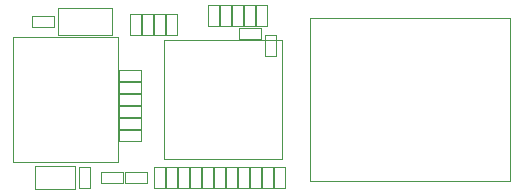
<source format=gbr>
%TF.GenerationSoftware,KiCad,Pcbnew,6.0.4-6f826c9f35~116~ubuntu21.10.1*%
%TF.CreationDate,2022-04-05T23:43:51+08:00*%
%TF.ProjectId,ST_Link_V2.1,53545f4c-696e-46b5-9f56-322e312e6b69,rev?*%
%TF.SameCoordinates,Original*%
%TF.FileFunction,Other,User*%
%FSLAX46Y46*%
G04 Gerber Fmt 4.6, Leading zero omitted, Abs format (unit mm)*
G04 Created by KiCad (PCBNEW 6.0.4-6f826c9f35~116~ubuntu21.10.1) date 2022-04-05 23:43:51*
%MOMM*%
%LPD*%
G01*
G04 APERTURE LIST*
%ADD10C,0.050000*%
G04 APERTURE END LIST*
D10*
%TO.C,C1*%
X72596000Y-91588000D02*
X71676000Y-91588000D01*
X71676000Y-91588000D02*
X71676000Y-89768000D01*
X72596000Y-89768000D02*
X72596000Y-91588000D01*
X71676000Y-89768000D02*
X72596000Y-89768000D01*
%TO.C,C2*%
X73612000Y-91588000D02*
X72692000Y-91588000D01*
X72692000Y-91588000D02*
X72692000Y-89768000D01*
X72692000Y-89768000D02*
X73612000Y-89768000D01*
X73612000Y-89768000D02*
X73612000Y-91588000D01*
%TO.C,C3*%
X69548000Y-76814000D02*
X69548000Y-78634000D01*
X68628000Y-78634000D02*
X68628000Y-76814000D01*
X68628000Y-76814000D02*
X69548000Y-76814000D01*
X69548000Y-78634000D02*
X68628000Y-78634000D01*
%TO.C,C4*%
X64622000Y-87582000D02*
X64622000Y-86662000D01*
X66442000Y-87582000D02*
X64622000Y-87582000D01*
X64622000Y-86662000D02*
X66442000Y-86662000D01*
X66442000Y-86662000D02*
X66442000Y-87582000D01*
%TO.C,C5*%
X67612000Y-89768000D02*
X68532000Y-89768000D01*
X68532000Y-91588000D02*
X67612000Y-91588000D01*
X67612000Y-91588000D02*
X67612000Y-89768000D01*
X68532000Y-89768000D02*
X68532000Y-91588000D01*
%TO.C,C6*%
X57482000Y-91658000D02*
X57482000Y-89698000D01*
X57482000Y-89698000D02*
X60882000Y-89698000D01*
X60882000Y-91658000D02*
X57482000Y-91658000D01*
X60882000Y-89698000D02*
X60882000Y-91658000D01*
%TO.C,C7*%
X77930000Y-78592000D02*
X77930000Y-80412000D01*
X77010000Y-80412000D02*
X77010000Y-78592000D01*
X77010000Y-78592000D02*
X77930000Y-78592000D01*
X77930000Y-80412000D02*
X77010000Y-80412000D01*
%TO.C,C8*%
X62182000Y-89768000D02*
X62182000Y-91588000D01*
X61262000Y-89768000D02*
X62182000Y-89768000D01*
X62182000Y-91588000D02*
X61262000Y-91588000D01*
X61262000Y-91588000D02*
X61262000Y-89768000D01*
%TO.C,C10*%
X74628000Y-89768000D02*
X74628000Y-91588000D01*
X73708000Y-89768000D02*
X74628000Y-89768000D01*
X74628000Y-91588000D02*
X73708000Y-91588000D01*
X73708000Y-91588000D02*
X73708000Y-89768000D01*
%TO.C,C11*%
X65580000Y-76814000D02*
X66500000Y-76814000D01*
X66500000Y-78634000D02*
X65580000Y-78634000D01*
X66500000Y-76814000D02*
X66500000Y-78634000D01*
X65580000Y-78634000D02*
X65580000Y-76814000D01*
%TO.C,C12*%
X64022000Y-76320000D02*
X64022000Y-78620000D01*
X59422000Y-78620000D02*
X59422000Y-76320000D01*
X64022000Y-78620000D02*
X59422000Y-78620000D01*
X59422000Y-76320000D02*
X64022000Y-76320000D01*
%TO.C,C13*%
X68532000Y-76814000D02*
X68532000Y-78634000D01*
X68532000Y-78634000D02*
X67612000Y-78634000D01*
X67612000Y-78634000D02*
X67612000Y-76814000D01*
X67612000Y-76814000D02*
X68532000Y-76814000D01*
%TO.C,C14*%
X57256000Y-77930000D02*
X57256000Y-77010000D01*
X59076000Y-77010000D02*
X59076000Y-77930000D01*
X59076000Y-77930000D02*
X57256000Y-77930000D01*
X57256000Y-77010000D02*
X59076000Y-77010000D01*
%TO.C,C15*%
X66596000Y-78634000D02*
X66596000Y-76814000D01*
X67516000Y-78634000D02*
X66596000Y-78634000D01*
X67516000Y-76814000D02*
X67516000Y-78634000D01*
X66596000Y-76814000D02*
X67516000Y-76814000D01*
%TO.C,D1*%
X74130000Y-76032000D02*
X74130000Y-77892000D01*
X73190000Y-77892000D02*
X73190000Y-76032000D01*
X73190000Y-76032000D02*
X74130000Y-76032000D01*
X74130000Y-77892000D02*
X73190000Y-77892000D01*
%TO.C,D2*%
X75146000Y-77892000D02*
X74206000Y-77892000D01*
X74206000Y-76032000D02*
X75146000Y-76032000D01*
X75146000Y-76032000D02*
X75146000Y-77892000D01*
X74206000Y-77892000D02*
X74206000Y-76032000D01*
%TO.C,D3*%
X73114000Y-77892000D02*
X72174000Y-77892000D01*
X73114000Y-76032000D02*
X73114000Y-77892000D01*
X72174000Y-76032000D02*
X73114000Y-76032000D01*
X72174000Y-77892000D02*
X72174000Y-76032000D01*
%TO.C,D4*%
X77178000Y-76032000D02*
X77178000Y-77892000D01*
X77178000Y-77892000D02*
X76238000Y-77892000D01*
X76238000Y-76032000D02*
X77178000Y-76032000D01*
X76238000Y-77892000D02*
X76238000Y-76032000D01*
%TO.C,D5*%
X76162000Y-77892000D02*
X75222000Y-77892000D01*
X75222000Y-77892000D02*
X75222000Y-76032000D01*
X76162000Y-76032000D02*
X76162000Y-77892000D01*
X75222000Y-76032000D02*
X76162000Y-76032000D01*
%TO.C,J1*%
X64550000Y-78804000D02*
X55620000Y-78804000D01*
X64550000Y-89344000D02*
X64550000Y-78804000D01*
X55620000Y-78804000D02*
X55620000Y-89344000D01*
X55620000Y-89344000D02*
X64550000Y-89344000D01*
%TO.C,R1*%
X70574000Y-91608000D02*
X69634000Y-91608000D01*
X69634000Y-91608000D02*
X69634000Y-89748000D01*
X70574000Y-89748000D02*
X70574000Y-91608000D01*
X69634000Y-89748000D02*
X70574000Y-89748000D01*
%TO.C,R2*%
X70650000Y-91608000D02*
X70650000Y-89748000D01*
X71590000Y-89748000D02*
X71590000Y-91608000D01*
X70650000Y-89748000D02*
X71590000Y-89748000D01*
X71590000Y-91608000D02*
X70650000Y-91608000D01*
%TO.C,R3*%
X66462000Y-81572000D02*
X66462000Y-82512000D01*
X64602000Y-81572000D02*
X66462000Y-81572000D01*
X64602000Y-82512000D02*
X64602000Y-81572000D01*
X66462000Y-82512000D02*
X64602000Y-82512000D01*
%TO.C,R4*%
X64602000Y-86576000D02*
X64602000Y-85636000D01*
X66462000Y-86576000D02*
X64602000Y-86576000D01*
X64602000Y-85636000D02*
X66462000Y-85636000D01*
X66462000Y-85636000D02*
X66462000Y-86576000D01*
%TO.C,R5*%
X66462000Y-83528000D02*
X64602000Y-83528000D01*
X64602000Y-83528000D02*
X64602000Y-82588000D01*
X64602000Y-82588000D02*
X66462000Y-82588000D01*
X66462000Y-82588000D02*
X66462000Y-83528000D01*
%TO.C,R6*%
X64602000Y-85560000D02*
X64602000Y-84620000D01*
X66462000Y-84620000D02*
X66462000Y-85560000D01*
X64602000Y-84620000D02*
X66462000Y-84620000D01*
X66462000Y-85560000D02*
X64602000Y-85560000D01*
%TO.C,R7*%
X74762000Y-78956000D02*
X74762000Y-78016000D01*
X74762000Y-78016000D02*
X76622000Y-78016000D01*
X76622000Y-78016000D02*
X76622000Y-78956000D01*
X76622000Y-78956000D02*
X74762000Y-78956000D01*
%TO.C,R8*%
X65110000Y-91148000D02*
X65110000Y-90208000D01*
X66970000Y-91148000D02*
X65110000Y-91148000D01*
X65110000Y-90208000D02*
X66970000Y-90208000D01*
X66970000Y-90208000D02*
X66970000Y-91148000D01*
%TO.C,R10*%
X64938000Y-90208000D02*
X64938000Y-91148000D01*
X63078000Y-91148000D02*
X63078000Y-90208000D01*
X64938000Y-91148000D02*
X63078000Y-91148000D01*
X63078000Y-90208000D02*
X64938000Y-90208000D01*
%TO.C,R11*%
X64602000Y-83604000D02*
X66462000Y-83604000D01*
X66462000Y-83604000D02*
X66462000Y-84544000D01*
X66462000Y-84544000D02*
X64602000Y-84544000D01*
X64602000Y-84544000D02*
X64602000Y-83604000D01*
%TO.C,R12*%
X76670000Y-89748000D02*
X76670000Y-91608000D01*
X75730000Y-89748000D02*
X76670000Y-89748000D01*
X75730000Y-91608000D02*
X75730000Y-89748000D01*
X76670000Y-91608000D02*
X75730000Y-91608000D01*
%TO.C,R13*%
X76746000Y-91608000D02*
X76746000Y-89748000D01*
X77686000Y-91608000D02*
X76746000Y-91608000D01*
X76746000Y-89748000D02*
X77686000Y-89748000D01*
X77686000Y-89748000D02*
X77686000Y-91608000D01*
%TO.C,R19*%
X75654000Y-89748000D02*
X75654000Y-91608000D01*
X74714000Y-91608000D02*
X74714000Y-89748000D01*
X75654000Y-91608000D02*
X74714000Y-91608000D01*
X74714000Y-89748000D02*
X75654000Y-89748000D01*
%TO.C,R20*%
X68617001Y-89748000D02*
X69557001Y-89748000D01*
X68617001Y-91608000D02*
X68617001Y-89748000D01*
X69557001Y-89748000D02*
X69557001Y-91608000D01*
X69557001Y-91608000D02*
X68617001Y-91608000D01*
%TO.C,R21*%
X77762000Y-91608000D02*
X77762000Y-89748000D01*
X77762000Y-89748000D02*
X78702000Y-89748000D01*
X78702000Y-91608000D02*
X77762000Y-91608000D01*
X78702000Y-89748000D02*
X78702000Y-91608000D01*
%TO.C,U1*%
X68406000Y-79074000D02*
X78406000Y-79074000D01*
X78406000Y-89074000D02*
X68406000Y-89074000D01*
X78406000Y-79074000D02*
X78406000Y-89074000D01*
X68406000Y-89074000D02*
X68406000Y-79074000D01*
%TO.C,J3*%
X97682000Y-90944000D02*
X97682000Y-77194000D01*
X97682000Y-77194000D02*
X80772000Y-77194000D01*
X80772000Y-90944000D02*
X97682000Y-90944000D01*
X80772000Y-77194000D02*
X80772000Y-90944000D01*
%TD*%
M02*

</source>
